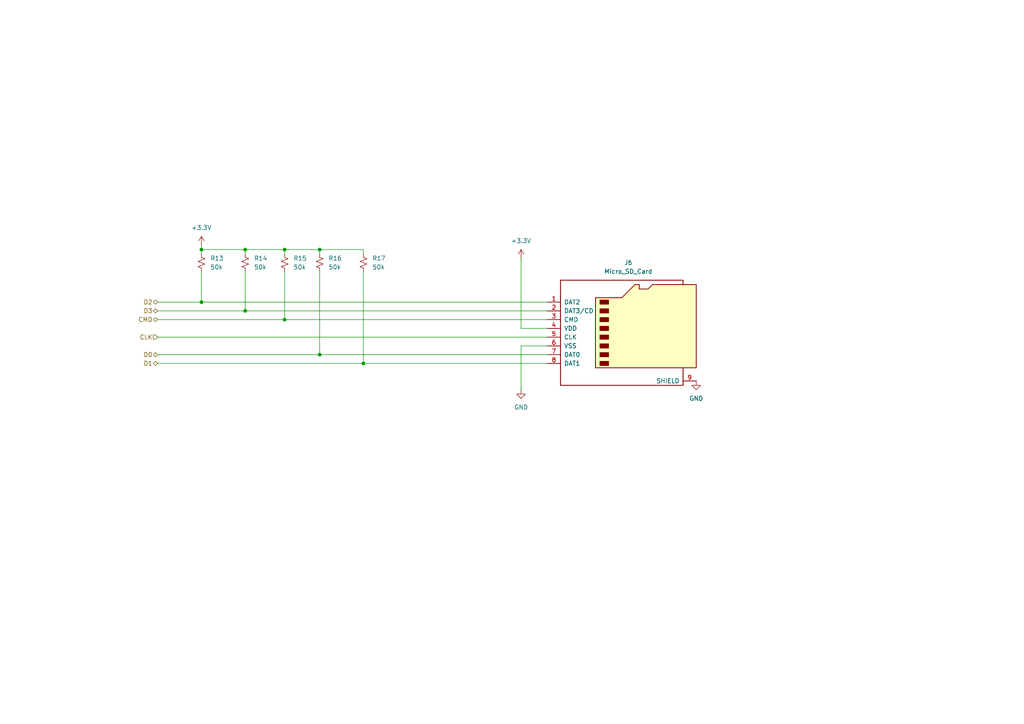
<source format=kicad_sch>
(kicad_sch (version 20250114) (generator "eeschema") (generator_version "9.0")
  (paper "A4")
  (lib_symbols
    (symbol "Connector:Micro_SD_Card" (pin_names (offset 1.016))
      (property "Reference" "J" (at -16.51 15.24 0))
      (property "Value" "Micro_SD_Card" (at 16.51 15.24 0))
      (symbol "Micro_SD_Card_0_1"
        (polyline (pts (xy -8.89 -11.43) (xy -8.89 8.89) (xy -1.27 8.89) (xy 2.54 12.7) (xy 3.81 12.7) (xy 3.81 11.43) (xy 6.35 11.43) (xy 7.62 12.7) (xy 20.32 12.7) (xy 20.32 -11.43) (xy -8.89 -11.43)) (stroke (width 0.254)) (fill (type background)))
        (rectangle (start -7.62 8.255) (end -5.08 6.985) (fill (type outline)))
        (rectangle (start -7.62 5.715) (end -5.08 4.445) (fill (type outline)))
        (rectangle (start -7.62 3.175) (end -5.08 1.905) (fill (type outline)))
        (rectangle (start -7.62 0.635) (end -5.08 -0.635) (fill (type outline)))
        (rectangle (start -7.62 -1.905) (end -5.08 -3.175) (fill (type outline)))
        (rectangle (start -7.62 -4.445) (end -5.08 -5.715) (fill (type outline)))
        (rectangle (start -7.62 -6.985) (end -5.08 -8.255) (fill (type outline)))
        (rectangle (start -7.62 -9.525) (end -5.08 -10.795) (fill (type outline)))
        (polyline (pts (xy 16.51 12.7) (xy 16.51 13.97) (xy -19.05 13.97) (xy -19.05 -16.51) (xy 16.51 -16.51) (xy 16.51 -11.43)) (stroke (width 0.254)))
      )
      (symbol "Micro_SD_Card_1_1"
        (pin bidirectional line (at -22.86 7.62 0) (length 3.81) (name "DAT2") (number "1"))
        (pin bidirectional line (at -22.86 5.08 0) (length 3.81) (name "DAT3/CD") (number "2"))
        (pin input line (at -22.86 2.54 0) (length 3.81) (name "CMD") (number "3"))
        (pin power_in line (at -22.86 0 0) (length 3.81) (name "VDD") (number "4"))
        (pin input line (at -22.86 -2.54 0) (length 3.81) (name "CLK") (number "5"))
        (pin power_in line (at -22.86 -5.08 0) (length 3.81) (name "VSS") (number "6"))
        (pin bidirectional line (at -22.86 -7.62 0) (length 3.81) (name "DAT0") (number "7"))
        (pin bidirectional line (at -22.86 -10.16 0) (length 3.81) (name "DAT1") (number "8"))
        (pin passive line (at 20.32 -15.24 180) (length 3.81) (name "SHIELD") (number "9"))
      )
    )
    (symbol "Device:R_Small_US" (pin_numbers (hide yes)) (pin_names (offset 0.254) (hide yes))
      (property "Reference" "R" (at 0.762 0.508 0))
      (property "Value" "R_Small_US" (at 0.762 -1.016 0))
      (symbol "R_Small_US_1_1"
        (polyline (pts (xy 0 1.524) (xy 1.016 1.143) (xy 0 0.762) (xy -1.016 0.381) (xy 0 0)))
        (polyline (pts (xy 0 0) (xy 1.016 -0.381) (xy 0 -0.762) (xy -1.016 -1.143) (xy 0 -1.524)))
        (pin passive line (at 0 2.54 270) (length 1.016) (name "~") (number "1"))
        (pin passive line (at 0 -2.54 90) (length 1.016) (name "~") (number "2"))
      )
    )
    (symbol "power:+3.3V" (power) (pin_numbers (hide yes)) (pin_names (offset 0) (hide yes))
      (property "Value" "+3.3V" (at 0 3.556 0))
      (symbol "+3.3V_0_1"
        (polyline (pts (xy -0.762 1.27) (xy 0 2.54)))
        (polyline (pts (xy 0 2.54) (xy 0.762 1.27)))
        (polyline (pts (xy 0 0) (xy 0 2.54)))
      )
      (symbol "+3.3V_1_1"
        (pin power_in line (at 0 0 90) (length 0) (name "~") (number "1"))
      )
    )
    (symbol "power:GND" (power) (pin_numbers (hide yes)) (pin_names (offset 0) (hide yes))
      (property "Value" "GND" (at 0 -3.81 0))
      (symbol "GND_0_1"
        (polyline (pts (xy 0 0) (xy 0 -1.27) (xy 1.27 -1.27) (xy 0 -2.54) (xy -1.27 -1.27) (xy 0 -1.27)))
      )
      (symbol "GND_1_1"
        (pin power_in line (at 0 0 270) (length 0) (name "~") (number "1"))
      )
    )
  )
  (junction (at 82.55 72.39))
  (junction (at 92.71 102.87))
  (junction (at 58.42 72.39))
  (junction (at 92.71 72.39))
  (junction (at 105.41 105.41))
  (junction (at 58.42 87.63))
  (junction (at 71.12 90.17))
  (junction (at 82.55 92.71))
  (junction (at 71.12 72.39))
  (wire (pts (xy 58.42 72.39) (xy 58.42 73.66)))
  (wire (pts (xy 105.41 72.39) (xy 92.71 72.39)))
  (wire (pts (xy 82.55 73.66) (xy 82.55 72.39)))
  (wire (pts (xy 92.71 73.66) (xy 92.71 72.39)))
  (wire (pts (xy 92.71 102.87) (xy 158.75 102.87)))
  (wire (pts (xy 71.12 72.39) (xy 71.12 73.66)))
  (wire (pts (xy 71.12 72.39) (xy 58.42 72.39)))
  (wire (pts (xy 45.72 87.63) (xy 58.42 87.63)))
  (wire (pts (xy 105.41 73.66) (xy 105.41 72.39)))
  (wire (pts (xy 158.75 100.33) (xy 151.13 100.33)))
  (wire (pts (xy 71.12 78.74) (xy 71.12 90.17)))
  (wire (pts (xy 45.72 97.79) (xy 158.75 97.79)))
  (wire (pts (xy 45.72 102.87) (xy 92.71 102.87)))
  (wire (pts (xy 92.71 78.74) (xy 92.71 102.87)))
  (wire (pts (xy 45.72 92.71) (xy 82.55 92.71)))
  (wire (pts (xy 105.41 105.41) (xy 158.75 105.41)))
  (wire (pts (xy 82.55 78.74) (xy 82.55 92.71)))
  (wire (pts (xy 151.13 100.33) (xy 151.13 113.03)))
  (wire (pts (xy 82.55 92.71) (xy 158.75 92.71)))
  (wire (pts (xy 82.55 72.39) (xy 71.12 72.39)))
  (wire (pts (xy 58.42 78.74) (xy 58.42 87.63)))
  (wire (pts (xy 71.12 90.17) (xy 158.75 90.17)))
  (wire (pts (xy 151.13 95.25) (xy 158.75 95.25)))
  (wire (pts (xy 105.41 78.74) (xy 105.41 105.41)))
  (wire (pts (xy 151.13 74.93) (xy 151.13 95.25)))
  (wire (pts (xy 58.42 71.12) (xy 58.42 72.39)))
  (wire (pts (xy 45.72 90.17) (xy 71.12 90.17)))
  (wire (pts (xy 45.72 105.41) (xy 105.41 105.41)))
  (wire (pts (xy 92.71 72.39) (xy 82.55 72.39)))
  (wire (pts (xy 58.42 87.63) (xy 158.75 87.63)))
  (hierarchical_label "D2" (shape bidirectional) (at 45.72 87.63 180))
  (hierarchical_label "D3" (shape bidirectional) (at 45.72 90.17 180))
  (hierarchical_label "CMD" (shape bidirectional) (at 45.72 92.71 180))
  (hierarchical_label "CLK" (shape input) (at 45.72 97.79 180))
  (hierarchical_label "D0" (shape bidirectional) (at 45.72 102.87 180))
  (hierarchical_label "D1" (shape bidirectional) (at 45.72 105.41 180))
  (symbol (lib_id "Connector:Micro_SD_Card") (at 181.61 95.25 0) (unit 1)
    (property "Reference" "J6" (at 182.245 76.2 0))
    (property "Value" "Micro_SD_Card" (at 182.245 78.74 0))
    (property "Footprint" "Connector_Card:microSD_HC_Molex_47219-2001" (effects (hide yes)))
    (property "Datasheet" "https://www.we-online.com/components/products/datasheet/693072010801.pdf" (effects (hide yes)))
    (property "Description" "Micro SD Card Socket" (effects (hide yes)))
  )
  (symbol (lib_id "power:GND") (at 151.13 113.03 0) (unit 1)
    (property "Reference" "#PWR031" (effects (hide yes)))
    (property "Value" "GND" (at 151.13 118.11 0))
    (property "Description" "Power symbol creates a global label with name \"GND\" , ground" (effects (hide yes)))
  )
  (symbol (lib_id "Device:R_Small_US") (at 71.12 76.2 0) (unit 1)
    (property "Reference" "R14" (at 73.66 74.9299 0) (effects (justify left)))
    (property "Value" "50k" (at 73.66 77.4699 0) (effects (justify left)))
    (property "Footprint" "Resistor_SMD:R_0402_1005Metric_Pad0.72x0.64mm_HandSolder" (effects (hide yes)))
    (property "Description" "Resistor, small US symbol" (effects (hide yes)))
  )
  (symbol (lib_id "Device:R_Small_US") (at 82.55 76.2 0) (unit 1)
    (property "Reference" "R15" (at 85.09 74.9299 0) (effects (justify left)))
    (property "Value" "50k" (at 85.09 77.4699 0) (effects (justify left)))
    (property "Footprint" "Resistor_SMD:R_0402_1005Metric_Pad0.72x0.64mm_HandSolder" (effects (hide yes)))
    (property "Description" "Resistor, small US symbol" (effects (hide yes)))
  )
  (symbol (lib_id "Device:R_Small_US") (at 105.41 76.2 0) (unit 1)
    (property "Reference" "R17" (at 107.95 74.9299 0) (effects (justify left)))
    (property "Value" "50k" (at 107.95 77.4699 0) (effects (justify left)))
    (property "Footprint" "Resistor_SMD:R_0402_1005Metric_Pad0.72x0.64mm_HandSolder" (effects (hide yes)))
    (property "Description" "Resistor, small US symbol" (effects (hide yes)))
  )
  (symbol (lib_id "Device:R_Small_US") (at 58.42 76.2 0) (unit 1)
    (property "Reference" "R13" (at 60.96 74.9299 0) (effects (justify left)))
    (property "Value" "50k" (at 60.96 77.4699 0) (effects (justify left)))
    (property "Footprint" "Resistor_SMD:R_0402_1005Metric_Pad0.72x0.64mm_HandSolder" (effects (hide yes)))
    (property "Description" "Resistor, small US symbol" (effects (hide yes)))
  )
  (symbol (lib_id "power:+3.3V") (at 58.42 71.12 0) (unit 1)
    (property "Reference" "#PWR022" (effects (hide yes)))
    (property "Value" "+3.3V" (at 58.42 66.04 0))
    (property "Description" "Power symbol creates a global label with name \"+3.3V\"" (effects (hide yes)))
  )
  (symbol (lib_id "power:GND") (at 201.93 110.49 0) (unit 1)
    (property "Reference" "#PWR030" (effects (hide yes)))
    (property "Value" "GND" (at 201.93 115.57 0))
    (property "Description" "Power symbol creates a global label with name \"GND\" , ground" (effects (hide yes)))
  )
  (symbol (lib_id "Device:R_Small_US") (at 92.71 76.2 0) (unit 1)
    (property "Reference" "R16" (at 95.25 74.9299 0) (effects (justify left)))
    (property "Value" "50k" (at 95.25 77.4699 0) (effects (justify left)))
    (property "Footprint" "Resistor_SMD:R_0402_1005Metric_Pad0.72x0.64mm_HandSolder" (effects (hide yes)))
    (property "Description" "Resistor, small US symbol" (effects (hide yes)))
  )
  (symbol (lib_id "power:+3.3V") (at 151.13 74.93 0) (unit 1)
    (property "Reference" "#PWR032" (effects (hide yes)))
    (property "Value" "+3.3V" (at 151.13 69.85 0))
    (property "Description" "Power symbol creates a global label with name \"+3.3V\"" (effects (hide yes)))
  )
)
</source>
